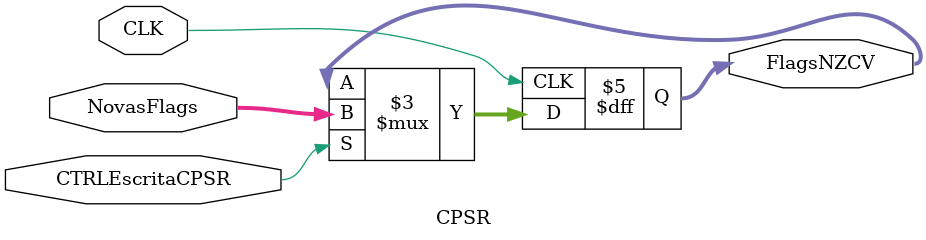
<source format=v>
module CPSR
(
// Entradas :: Novas Flags Calculadas 
input wire [3:0] NovasFlags,

// Entradas :: Sinais de Controle
input wire CTRLEscritaCPSR,
input wire CLK,

// Saídas :: Flags NZCV
output reg [3:0] FlagsNZCV
);
					
	always @ (posedge CLK)
		begin
		if (CTRLEscritaCPSR == 1'b1)
			begin
			FlagsNZCV <= NovasFlags;
			end
		end
		
endmodule 
</source>
